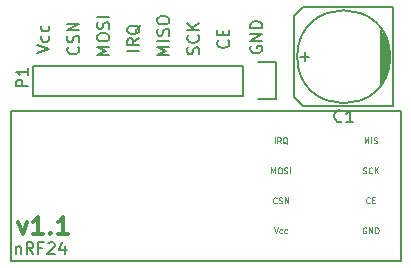
<source format=gto>
G04 #@! TF.FileFunction,Legend,Top*
%FSLAX46Y46*%
G04 Gerber Fmt 4.6, Leading zero omitted, Abs format (unit mm)*
G04 Created by KiCad (PCBNEW (2015-11-17 BZR 6321)-product) date Tue 01 Dec 2015 12:21:10 PM PST*
%MOMM*%
G01*
G04 APERTURE LIST*
%ADD10C,0.152400*%
%ADD11C,0.203200*%
%ADD12C,0.300000*%
%ADD13C,0.150000*%
%ADD14C,0.125000*%
G04 APERTURE END LIST*
D10*
D11*
X170180000Y-96151095D02*
X170131619Y-96247857D01*
X170131619Y-96393000D01*
X170180000Y-96538142D01*
X170276762Y-96634904D01*
X170373524Y-96683285D01*
X170567048Y-96731666D01*
X170712190Y-96731666D01*
X170905714Y-96683285D01*
X171002476Y-96634904D01*
X171099238Y-96538142D01*
X171147619Y-96393000D01*
X171147619Y-96296238D01*
X171099238Y-96151095D01*
X171050857Y-96102714D01*
X170712190Y-96102714D01*
X170712190Y-96296238D01*
X171147619Y-95667285D02*
X170131619Y-95667285D01*
X171147619Y-95086714D01*
X170131619Y-95086714D01*
X171147619Y-94602904D02*
X170131619Y-94602904D01*
X170131619Y-94360999D01*
X170180000Y-94215857D01*
X170276762Y-94119095D01*
X170373524Y-94070714D01*
X170567048Y-94022333D01*
X170712190Y-94022333D01*
X170905714Y-94070714D01*
X171002476Y-94119095D01*
X171099238Y-94215857D01*
X171147619Y-94360999D01*
X171147619Y-94602904D01*
X168256857Y-95649143D02*
X168305238Y-95697524D01*
X168353619Y-95842667D01*
X168353619Y-95939429D01*
X168305238Y-96084571D01*
X168208476Y-96181333D01*
X168111714Y-96229714D01*
X167918190Y-96278095D01*
X167773048Y-96278095D01*
X167579524Y-96229714D01*
X167482762Y-96181333D01*
X167386000Y-96084571D01*
X167337619Y-95939429D01*
X167337619Y-95842667D01*
X167386000Y-95697524D01*
X167434381Y-95649143D01*
X167821429Y-95213714D02*
X167821429Y-94875048D01*
X168353619Y-94729905D02*
X168353619Y-95213714D01*
X167337619Y-95213714D01*
X167337619Y-94729905D01*
X165765238Y-96810285D02*
X165813619Y-96665142D01*
X165813619Y-96423238D01*
X165765238Y-96326476D01*
X165716857Y-96278095D01*
X165620095Y-96229714D01*
X165523333Y-96229714D01*
X165426571Y-96278095D01*
X165378190Y-96326476D01*
X165329810Y-96423238D01*
X165281429Y-96616761D01*
X165233048Y-96713523D01*
X165184667Y-96761904D01*
X165087905Y-96810285D01*
X164991143Y-96810285D01*
X164894381Y-96761904D01*
X164846000Y-96713523D01*
X164797619Y-96616761D01*
X164797619Y-96374857D01*
X164846000Y-96229714D01*
X165716857Y-95213714D02*
X165765238Y-95262095D01*
X165813619Y-95407238D01*
X165813619Y-95504000D01*
X165765238Y-95649142D01*
X165668476Y-95745904D01*
X165571714Y-95794285D01*
X165378190Y-95842666D01*
X165233048Y-95842666D01*
X165039524Y-95794285D01*
X164942762Y-95745904D01*
X164846000Y-95649142D01*
X164797619Y-95504000D01*
X164797619Y-95407238D01*
X164846000Y-95262095D01*
X164894381Y-95213714D01*
X165813619Y-94778285D02*
X164797619Y-94778285D01*
X165813619Y-94197714D02*
X165233048Y-94633142D01*
X164797619Y-94197714D02*
X165378190Y-94778285D01*
X163273619Y-96846571D02*
X162257619Y-96846571D01*
X162983333Y-96507905D01*
X162257619Y-96169238D01*
X163273619Y-96169238D01*
X163273619Y-95685428D02*
X162257619Y-95685428D01*
X163225238Y-95249999D02*
X163273619Y-95104856D01*
X163273619Y-94862952D01*
X163225238Y-94766190D01*
X163176857Y-94717809D01*
X163080095Y-94669428D01*
X162983333Y-94669428D01*
X162886571Y-94717809D01*
X162838190Y-94766190D01*
X162789810Y-94862952D01*
X162741429Y-95056475D01*
X162693048Y-95153237D01*
X162644667Y-95201618D01*
X162547905Y-95249999D01*
X162451143Y-95249999D01*
X162354381Y-95201618D01*
X162306000Y-95153237D01*
X162257619Y-95056475D01*
X162257619Y-94814571D01*
X162306000Y-94669428D01*
X162257619Y-94040475D02*
X162257619Y-93846952D01*
X162306000Y-93750190D01*
X162402762Y-93653428D01*
X162596286Y-93605047D01*
X162934952Y-93605047D01*
X163128476Y-93653428D01*
X163225238Y-93750190D01*
X163273619Y-93846952D01*
X163273619Y-94040475D01*
X163225238Y-94137237D01*
X163128476Y-94233999D01*
X162934952Y-94282380D01*
X162596286Y-94282380D01*
X162402762Y-94233999D01*
X162306000Y-94137237D01*
X162257619Y-94040475D01*
X160733619Y-96544190D02*
X159717619Y-96544190D01*
X160733619Y-95479809D02*
X160249810Y-95818475D01*
X160733619Y-96060380D02*
X159717619Y-96060380D01*
X159717619Y-95673333D01*
X159766000Y-95576571D01*
X159814381Y-95528190D01*
X159911143Y-95479809D01*
X160056286Y-95479809D01*
X160153048Y-95528190D01*
X160201429Y-95576571D01*
X160249810Y-95673333D01*
X160249810Y-96060380D01*
X160830381Y-94367047D02*
X160782000Y-94463809D01*
X160685238Y-94560571D01*
X160540095Y-94705714D01*
X160491714Y-94802475D01*
X160491714Y-94899237D01*
X160733619Y-94850856D02*
X160685238Y-94947618D01*
X160588476Y-95044380D01*
X160394952Y-95092761D01*
X160056286Y-95092761D01*
X159862762Y-95044380D01*
X159766000Y-94947618D01*
X159717619Y-94850856D01*
X159717619Y-94657333D01*
X159766000Y-94560571D01*
X159862762Y-94463809D01*
X160056286Y-94415428D01*
X160394952Y-94415428D01*
X160588476Y-94463809D01*
X160685238Y-94560571D01*
X160733619Y-94657333D01*
X160733619Y-94850856D01*
X158193619Y-96846571D02*
X157177619Y-96846571D01*
X157903333Y-96507905D01*
X157177619Y-96169238D01*
X158193619Y-96169238D01*
X157177619Y-95491904D02*
X157177619Y-95298381D01*
X157226000Y-95201619D01*
X157322762Y-95104857D01*
X157516286Y-95056476D01*
X157854952Y-95056476D01*
X158048476Y-95104857D01*
X158145238Y-95201619D01*
X158193619Y-95298381D01*
X158193619Y-95491904D01*
X158145238Y-95588666D01*
X158048476Y-95685428D01*
X157854952Y-95733809D01*
X157516286Y-95733809D01*
X157322762Y-95685428D01*
X157226000Y-95588666D01*
X157177619Y-95491904D01*
X158145238Y-94669428D02*
X158193619Y-94524285D01*
X158193619Y-94282381D01*
X158145238Y-94185619D01*
X158096857Y-94137238D01*
X158000095Y-94088857D01*
X157903333Y-94088857D01*
X157806571Y-94137238D01*
X157758190Y-94185619D01*
X157709810Y-94282381D01*
X157661429Y-94475904D01*
X157613048Y-94572666D01*
X157564667Y-94621047D01*
X157467905Y-94669428D01*
X157371143Y-94669428D01*
X157274381Y-94621047D01*
X157226000Y-94572666D01*
X157177619Y-94475904D01*
X157177619Y-94234000D01*
X157226000Y-94088857D01*
X158193619Y-93653428D02*
X157177619Y-93653428D01*
X155556857Y-96205524D02*
X155605238Y-96253905D01*
X155653619Y-96399048D01*
X155653619Y-96495810D01*
X155605238Y-96640952D01*
X155508476Y-96737714D01*
X155411714Y-96786095D01*
X155218190Y-96834476D01*
X155073048Y-96834476D01*
X154879524Y-96786095D01*
X154782762Y-96737714D01*
X154686000Y-96640952D01*
X154637619Y-96495810D01*
X154637619Y-96399048D01*
X154686000Y-96253905D01*
X154734381Y-96205524D01*
X155605238Y-95818476D02*
X155653619Y-95673333D01*
X155653619Y-95431429D01*
X155605238Y-95334667D01*
X155556857Y-95286286D01*
X155460095Y-95237905D01*
X155363333Y-95237905D01*
X155266571Y-95286286D01*
X155218190Y-95334667D01*
X155169810Y-95431429D01*
X155121429Y-95624952D01*
X155073048Y-95721714D01*
X155024667Y-95770095D01*
X154927905Y-95818476D01*
X154831143Y-95818476D01*
X154734381Y-95770095D01*
X154686000Y-95721714D01*
X154637619Y-95624952D01*
X154637619Y-95383048D01*
X154686000Y-95237905D01*
X155653619Y-94802476D02*
X154637619Y-94802476D01*
X155653619Y-94221905D01*
X154637619Y-94221905D01*
X152097619Y-96713523D02*
X153113619Y-96374856D01*
X152097619Y-96036190D01*
X153065238Y-95262095D02*
X153113619Y-95358857D01*
X153113619Y-95552380D01*
X153065238Y-95649142D01*
X153016857Y-95697523D01*
X152920095Y-95745904D01*
X152629810Y-95745904D01*
X152533048Y-95697523D01*
X152484667Y-95649142D01*
X152436286Y-95552380D01*
X152436286Y-95358857D01*
X152484667Y-95262095D01*
X153065238Y-94391238D02*
X153113619Y-94488000D01*
X153113619Y-94681523D01*
X153065238Y-94778285D01*
X153016857Y-94826666D01*
X152920095Y-94875047D01*
X152629810Y-94875047D01*
X152533048Y-94826666D01*
X152484667Y-94778285D01*
X152436286Y-94681523D01*
X152436286Y-94488000D01*
X152484667Y-94391238D01*
D12*
X150511144Y-111057571D02*
X150868287Y-112057571D01*
X151225429Y-111057571D01*
X152582572Y-112057571D02*
X151725429Y-112057571D01*
X152154001Y-112057571D02*
X152154001Y-110557571D01*
X152011144Y-110771857D01*
X151868286Y-110914714D01*
X151725429Y-110986143D01*
X153225429Y-111914714D02*
X153296857Y-111986143D01*
X153225429Y-112057571D01*
X153154000Y-111986143D01*
X153225429Y-111914714D01*
X153225429Y-112057571D01*
X154725429Y-112057571D02*
X153868286Y-112057571D01*
X154296858Y-112057571D02*
X154296858Y-110557571D01*
X154154001Y-110771857D01*
X154011143Y-110914714D01*
X153868286Y-110986143D01*
D13*
X181864000Y-98044000D02*
X181864000Y-96012000D01*
X181737000Y-95631000D02*
X181737000Y-98425000D01*
X181610000Y-98679000D02*
X181610000Y-95377000D01*
X181483000Y-95123000D02*
X181483000Y-98933000D01*
X181356000Y-94996000D02*
X181356000Y-99060000D01*
X181229000Y-99314000D02*
X181229000Y-94742000D01*
X182245000Y-101219000D02*
X182245000Y-92837000D01*
X182245000Y-92837000D02*
X174625000Y-92837000D01*
X174625000Y-92837000D02*
X173863000Y-93599000D01*
X173863000Y-93599000D02*
X173863000Y-100457000D01*
X173863000Y-100457000D02*
X174625000Y-101219000D01*
X174625000Y-101219000D02*
X182245000Y-101219000D01*
X174371000Y-97028000D02*
X175133000Y-97028000D01*
X174752000Y-97409000D02*
X174752000Y-96647000D01*
X181991000Y-97028000D02*
G75*
G03X181991000Y-97028000I-3937000J0D01*
G01*
X182880000Y-101600000D02*
X182880000Y-114300000D01*
X182880000Y-114300000D02*
X149860000Y-114300000D01*
X149860000Y-114300000D02*
X149860000Y-101600000D01*
X149860000Y-101600000D02*
X182880000Y-101600000D01*
X169545000Y-100330000D02*
X151765000Y-100330000D01*
X151765000Y-100330000D02*
X151765000Y-97790000D01*
X151765000Y-97790000D02*
X169545000Y-97790000D01*
X172365000Y-100610000D02*
X170815000Y-100610000D01*
X169545000Y-100330000D02*
X169545000Y-97790000D01*
X170815000Y-97510000D02*
X172365000Y-97510000D01*
X172365000Y-97510000D02*
X172365000Y-100610000D01*
X177887334Y-102465143D02*
X177839715Y-102512762D01*
X177696858Y-102560381D01*
X177601620Y-102560381D01*
X177458762Y-102512762D01*
X177363524Y-102417524D01*
X177315905Y-102322286D01*
X177268286Y-102131810D01*
X177268286Y-101988952D01*
X177315905Y-101798476D01*
X177363524Y-101703238D01*
X177458762Y-101608000D01*
X177601620Y-101560381D01*
X177696858Y-101560381D01*
X177839715Y-101608000D01*
X177887334Y-101655619D01*
X178839715Y-102560381D02*
X178268286Y-102560381D01*
X178554000Y-102560381D02*
X178554000Y-101560381D01*
X178458762Y-101703238D01*
X178363524Y-101798476D01*
X178268286Y-101846095D01*
X150304762Y-113069714D02*
X150304762Y-113736381D01*
X150304762Y-113164952D02*
X150352381Y-113117333D01*
X150447619Y-113069714D01*
X150590477Y-113069714D01*
X150685715Y-113117333D01*
X150733334Y-113212571D01*
X150733334Y-113736381D01*
X151780953Y-113736381D02*
X151447619Y-113260190D01*
X151209524Y-113736381D02*
X151209524Y-112736381D01*
X151590477Y-112736381D01*
X151685715Y-112784000D01*
X151733334Y-112831619D01*
X151780953Y-112926857D01*
X151780953Y-113069714D01*
X151733334Y-113164952D01*
X151685715Y-113212571D01*
X151590477Y-113260190D01*
X151209524Y-113260190D01*
X152542858Y-113212571D02*
X152209524Y-113212571D01*
X152209524Y-113736381D02*
X152209524Y-112736381D01*
X152685715Y-112736381D01*
X153019048Y-112831619D02*
X153066667Y-112784000D01*
X153161905Y-112736381D01*
X153400001Y-112736381D01*
X153495239Y-112784000D01*
X153542858Y-112831619D01*
X153590477Y-112926857D01*
X153590477Y-113022095D01*
X153542858Y-113164952D01*
X152971429Y-113736381D01*
X153590477Y-113736381D01*
X154447620Y-113069714D02*
X154447620Y-113736381D01*
X154209524Y-112688762D02*
X153971429Y-113403048D01*
X154590477Y-113403048D01*
D14*
X172124763Y-111486190D02*
X172291430Y-111986190D01*
X172458096Y-111486190D01*
X172839048Y-111962381D02*
X172791429Y-111986190D01*
X172696191Y-111986190D01*
X172648572Y-111962381D01*
X172624763Y-111938571D01*
X172600953Y-111890952D01*
X172600953Y-111748095D01*
X172624763Y-111700476D01*
X172648572Y-111676667D01*
X172696191Y-111652857D01*
X172791429Y-111652857D01*
X172839048Y-111676667D01*
X173267619Y-111962381D02*
X173220000Y-111986190D01*
X173124762Y-111986190D01*
X173077143Y-111962381D01*
X173053334Y-111938571D01*
X173029524Y-111890952D01*
X173029524Y-111748095D01*
X173053334Y-111700476D01*
X173077143Y-111676667D01*
X173124762Y-111652857D01*
X173220000Y-111652857D01*
X173267619Y-111676667D01*
X172374762Y-109398571D02*
X172350952Y-109422381D01*
X172279524Y-109446190D01*
X172231905Y-109446190D01*
X172160476Y-109422381D01*
X172112857Y-109374762D01*
X172089048Y-109327143D01*
X172065238Y-109231905D01*
X172065238Y-109160476D01*
X172089048Y-109065238D01*
X172112857Y-109017619D01*
X172160476Y-108970000D01*
X172231905Y-108946190D01*
X172279524Y-108946190D01*
X172350952Y-108970000D01*
X172374762Y-108993810D01*
X172565238Y-109422381D02*
X172636667Y-109446190D01*
X172755714Y-109446190D01*
X172803333Y-109422381D01*
X172827143Y-109398571D01*
X172850952Y-109350952D01*
X172850952Y-109303333D01*
X172827143Y-109255714D01*
X172803333Y-109231905D01*
X172755714Y-109208095D01*
X172660476Y-109184286D01*
X172612857Y-109160476D01*
X172589048Y-109136667D01*
X172565238Y-109089048D01*
X172565238Y-109041429D01*
X172589048Y-108993810D01*
X172612857Y-108970000D01*
X172660476Y-108946190D01*
X172779524Y-108946190D01*
X172850952Y-108970000D01*
X173065238Y-109446190D02*
X173065238Y-108946190D01*
X173350952Y-109446190D01*
X173350952Y-108946190D01*
X171934286Y-106906190D02*
X171934286Y-106406190D01*
X172100952Y-106763333D01*
X172267619Y-106406190D01*
X172267619Y-106906190D01*
X172600953Y-106406190D02*
X172696191Y-106406190D01*
X172743810Y-106430000D01*
X172791429Y-106477619D01*
X172815238Y-106572857D01*
X172815238Y-106739524D01*
X172791429Y-106834762D01*
X172743810Y-106882381D01*
X172696191Y-106906190D01*
X172600953Y-106906190D01*
X172553334Y-106882381D01*
X172505715Y-106834762D01*
X172481905Y-106739524D01*
X172481905Y-106572857D01*
X172505715Y-106477619D01*
X172553334Y-106430000D01*
X172600953Y-106406190D01*
X173005715Y-106882381D02*
X173077144Y-106906190D01*
X173196191Y-106906190D01*
X173243810Y-106882381D01*
X173267620Y-106858571D01*
X173291429Y-106810952D01*
X173291429Y-106763333D01*
X173267620Y-106715714D01*
X173243810Y-106691905D01*
X173196191Y-106668095D01*
X173100953Y-106644286D01*
X173053334Y-106620476D01*
X173029525Y-106596667D01*
X173005715Y-106549048D01*
X173005715Y-106501429D01*
X173029525Y-106453810D01*
X173053334Y-106430000D01*
X173100953Y-106406190D01*
X173220001Y-106406190D01*
X173291429Y-106430000D01*
X173505715Y-106906190D02*
X173505715Y-106406190D01*
X172208096Y-104366190D02*
X172208096Y-103866190D01*
X172731905Y-104366190D02*
X172565238Y-104128095D01*
X172446191Y-104366190D02*
X172446191Y-103866190D01*
X172636667Y-103866190D01*
X172684286Y-103890000D01*
X172708095Y-103913810D01*
X172731905Y-103961429D01*
X172731905Y-104032857D01*
X172708095Y-104080476D01*
X172684286Y-104104286D01*
X172636667Y-104128095D01*
X172446191Y-104128095D01*
X173279524Y-104413810D02*
X173231905Y-104390000D01*
X173184286Y-104342381D01*
X173112857Y-104270952D01*
X173065238Y-104247143D01*
X173017619Y-104247143D01*
X173041429Y-104366190D02*
X172993810Y-104342381D01*
X172946191Y-104294762D01*
X172922381Y-104199524D01*
X172922381Y-104032857D01*
X172946191Y-103937619D01*
X172993810Y-103890000D01*
X173041429Y-103866190D01*
X173136667Y-103866190D01*
X173184286Y-103890000D01*
X173231905Y-103937619D01*
X173255714Y-104032857D01*
X173255714Y-104199524D01*
X173231905Y-104294762D01*
X173184286Y-104342381D01*
X173136667Y-104366190D01*
X173041429Y-104366190D01*
X179816191Y-104366190D02*
X179816191Y-103866190D01*
X179982857Y-104223333D01*
X180149524Y-103866190D01*
X180149524Y-104366190D01*
X180387620Y-104366190D02*
X180387620Y-103866190D01*
X180601905Y-104342381D02*
X180673334Y-104366190D01*
X180792381Y-104366190D01*
X180840000Y-104342381D01*
X180863810Y-104318571D01*
X180887619Y-104270952D01*
X180887619Y-104223333D01*
X180863810Y-104175714D01*
X180840000Y-104151905D01*
X180792381Y-104128095D01*
X180697143Y-104104286D01*
X180649524Y-104080476D01*
X180625715Y-104056667D01*
X180601905Y-104009048D01*
X180601905Y-103961429D01*
X180625715Y-103913810D01*
X180649524Y-103890000D01*
X180697143Y-103866190D01*
X180816191Y-103866190D01*
X180887619Y-103890000D01*
X179697143Y-106882381D02*
X179768572Y-106906190D01*
X179887619Y-106906190D01*
X179935238Y-106882381D01*
X179959048Y-106858571D01*
X179982857Y-106810952D01*
X179982857Y-106763333D01*
X179959048Y-106715714D01*
X179935238Y-106691905D01*
X179887619Y-106668095D01*
X179792381Y-106644286D01*
X179744762Y-106620476D01*
X179720953Y-106596667D01*
X179697143Y-106549048D01*
X179697143Y-106501429D01*
X179720953Y-106453810D01*
X179744762Y-106430000D01*
X179792381Y-106406190D01*
X179911429Y-106406190D01*
X179982857Y-106430000D01*
X180482857Y-106858571D02*
X180459047Y-106882381D01*
X180387619Y-106906190D01*
X180340000Y-106906190D01*
X180268571Y-106882381D01*
X180220952Y-106834762D01*
X180197143Y-106787143D01*
X180173333Y-106691905D01*
X180173333Y-106620476D01*
X180197143Y-106525238D01*
X180220952Y-106477619D01*
X180268571Y-106430000D01*
X180340000Y-106406190D01*
X180387619Y-106406190D01*
X180459047Y-106430000D01*
X180482857Y-106453810D01*
X180697143Y-106906190D02*
X180697143Y-106406190D01*
X180982857Y-106906190D02*
X180768571Y-106620476D01*
X180982857Y-106406190D02*
X180697143Y-106691905D01*
X180268572Y-109398571D02*
X180244762Y-109422381D01*
X180173334Y-109446190D01*
X180125715Y-109446190D01*
X180054286Y-109422381D01*
X180006667Y-109374762D01*
X179982858Y-109327143D01*
X179959048Y-109231905D01*
X179959048Y-109160476D01*
X179982858Y-109065238D01*
X180006667Y-109017619D01*
X180054286Y-108970000D01*
X180125715Y-108946190D01*
X180173334Y-108946190D01*
X180244762Y-108970000D01*
X180268572Y-108993810D01*
X180482858Y-109184286D02*
X180649524Y-109184286D01*
X180720953Y-109446190D02*
X180482858Y-109446190D01*
X180482858Y-108946190D01*
X180720953Y-108946190D01*
X179959047Y-111510000D02*
X179911428Y-111486190D01*
X179840000Y-111486190D01*
X179768571Y-111510000D01*
X179720952Y-111557619D01*
X179697143Y-111605238D01*
X179673333Y-111700476D01*
X179673333Y-111771905D01*
X179697143Y-111867143D01*
X179720952Y-111914762D01*
X179768571Y-111962381D01*
X179840000Y-111986190D01*
X179887619Y-111986190D01*
X179959047Y-111962381D01*
X179982857Y-111938571D01*
X179982857Y-111771905D01*
X179887619Y-111771905D01*
X180197143Y-111986190D02*
X180197143Y-111486190D01*
X180482857Y-111986190D01*
X180482857Y-111486190D01*
X180720953Y-111986190D02*
X180720953Y-111486190D01*
X180840000Y-111486190D01*
X180911429Y-111510000D01*
X180959048Y-111557619D01*
X180982857Y-111605238D01*
X181006667Y-111700476D01*
X181006667Y-111771905D01*
X180982857Y-111867143D01*
X180959048Y-111914762D01*
X180911429Y-111962381D01*
X180840000Y-111986190D01*
X180720953Y-111986190D01*
D13*
X151328381Y-99544095D02*
X150328381Y-99544095D01*
X150328381Y-99163142D01*
X150376000Y-99067904D01*
X150423619Y-99020285D01*
X150518857Y-98972666D01*
X150661714Y-98972666D01*
X150756952Y-99020285D01*
X150804571Y-99067904D01*
X150852190Y-99163142D01*
X150852190Y-99544095D01*
X151328381Y-98020285D02*
X151328381Y-98591714D01*
X151328381Y-98306000D02*
X150328381Y-98306000D01*
X150471238Y-98401238D01*
X150566476Y-98496476D01*
X150614095Y-98591714D01*
M02*

</source>
